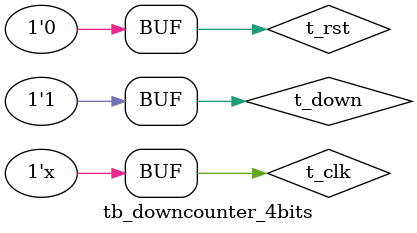
<source format=v>
module tb_downcounter_4bits;

reg t_clk;
reg t_rst;
reg t_down;
wire [3:0] t_q;


downcounter_4bits t_downcounter_4bits
(
	.clk(t_clk),
	.rst(t_rst),
	.down(t_down),
	.q(t_q)
);


initial
begin
	t_clk = 1'b1;
	t_rst = 1'b1;
	t_down = 1'b0;
end

always
begin
	#3 t_clk = ~t_clk;
end

initial
begin
	#3  t_rst = 1'b0; t_down = 1'b1;
	#30 t_down = 1'b0;
	#9  t_down = 1'b1;
	#9  t_rst = 1'b1;
	#3  t_rst = 1'b0;
	#66 t_rst = 1'b1;
	#3  t_rst = 1'b0;
end

endmodule
</source>
